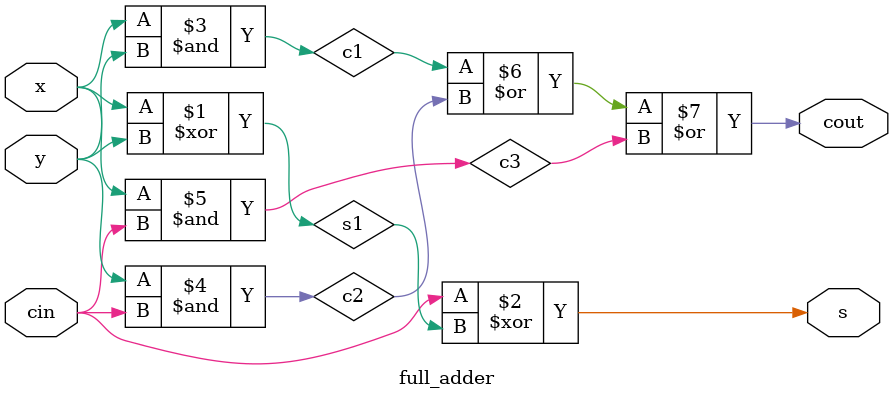
<source format=v>
module full_adder(x,y,cin,s,cout);

input x,y,cin;
output s,cout;
wire s1,c1,c2,c3;
xor(s1,x,y);
xor(s,cin,s1);
and g1(c1,x,y);
and g2(c2,y,cin);
and g3(c3,x,cin);
or(cout,c1,c2,c3);

endmodule

</source>
